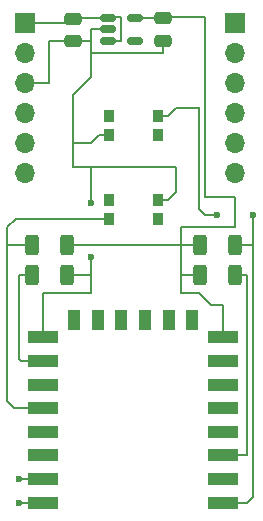
<source format=gbr>
%TF.GenerationSoftware,KiCad,Pcbnew,(6.0.5)*%
%TF.CreationDate,2022-06-15T22:45:41+02:00*%
%TF.ProjectId,picoESP12F,7069636f-4553-4503-9132-462e6b696361,rev?*%
%TF.SameCoordinates,Original*%
%TF.FileFunction,Copper,L1,Top*%
%TF.FilePolarity,Positive*%
%FSLAX46Y46*%
G04 Gerber Fmt 4.6, Leading zero omitted, Abs format (unit mm)*
G04 Created by KiCad (PCBNEW (6.0.5)) date 2022-06-15 22:45:41*
%MOMM*%
%LPD*%
G01*
G04 APERTURE LIST*
G04 Aperture macros list*
%AMRoundRect*
0 Rectangle with rounded corners*
0 $1 Rounding radius*
0 $2 $3 $4 $5 $6 $7 $8 $9 X,Y pos of 4 corners*
0 Add a 4 corners polygon primitive as box body*
4,1,4,$2,$3,$4,$5,$6,$7,$8,$9,$2,$3,0*
0 Add four circle primitives for the rounded corners*
1,1,$1+$1,$2,$3*
1,1,$1+$1,$4,$5*
1,1,$1+$1,$6,$7*
1,1,$1+$1,$8,$9*
0 Add four rect primitives between the rounded corners*
20,1,$1+$1,$2,$3,$4,$5,0*
20,1,$1+$1,$4,$5,$6,$7,0*
20,1,$1+$1,$6,$7,$8,$9,0*
20,1,$1+$1,$8,$9,$2,$3,0*%
G04 Aperture macros list end*
%TA.AperFunction,SMDPad,CuDef*%
%ADD10R,0.900000X1.000000*%
%TD*%
%TA.AperFunction,SMDPad,CuDef*%
%ADD11RoundRect,0.250000X-0.312500X-0.625000X0.312500X-0.625000X0.312500X0.625000X-0.312500X0.625000X0*%
%TD*%
%TA.AperFunction,SMDPad,CuDef*%
%ADD12RoundRect,0.250000X0.312500X0.625000X-0.312500X0.625000X-0.312500X-0.625000X0.312500X-0.625000X0*%
%TD*%
%TA.AperFunction,SMDPad,CuDef*%
%ADD13RoundRect,0.150000X-0.512500X-0.150000X0.512500X-0.150000X0.512500X0.150000X-0.512500X0.150000X0*%
%TD*%
%TA.AperFunction,SMDPad,CuDef*%
%ADD14R,2.500000X1.000000*%
%TD*%
%TA.AperFunction,SMDPad,CuDef*%
%ADD15R,1.000000X1.800000*%
%TD*%
%TA.AperFunction,ComponentPad*%
%ADD16O,1.700000X1.700000*%
%TD*%
%TA.AperFunction,ComponentPad*%
%ADD17R,1.700000X1.700000*%
%TD*%
%TA.AperFunction,SMDPad,CuDef*%
%ADD18RoundRect,0.250000X-0.475000X0.250000X-0.475000X-0.250000X0.475000X-0.250000X0.475000X0.250000X0*%
%TD*%
%TA.AperFunction,ViaPad*%
%ADD19C,0.600000*%
%TD*%
%TA.AperFunction,Conductor*%
%ADD20C,0.200000*%
%TD*%
G04 APERTURE END LIST*
D10*
%TO.P,SW_BOOT,1,1*%
%TO.N,GND*%
X150350000Y-84544000D03*
X154450000Y-84544000D03*
%TO.P,SW_BOOT,2,2*%
%TO.N,Net-(R4-Pad1)*%
X154450000Y-86144000D03*
X150350000Y-86144000D03*
%TD*%
%TO.P,SW_RST,1,1*%
%TO.N,Net-(R1-Pad2)*%
X150350000Y-77432000D03*
X154450000Y-77432000D03*
%TO.P,SW_RST,2,2*%
%TO.N,GND*%
X154450000Y-79032000D03*
X150350000Y-79032000D03*
%TD*%
D11*
%TO.P,R4,1*%
%TO.N,Net-(R4-Pad1)*%
X143825500Y-88392000D03*
%TO.P,R4,2*%
%TO.N,+3V3*%
X146750500Y-88392000D03*
%TD*%
D12*
%TO.P,R3,1*%
%TO.N,GND*%
X146750500Y-90932000D03*
%TO.P,R3,2*%
%TO.N,Net-(R3-Pad2)*%
X143825500Y-90932000D03*
%TD*%
%TO.P,R2,1*%
%TO.N,Net-(R2-Pad1)*%
X160974500Y-90932000D03*
%TO.P,R2,2*%
%TO.N,+3V3*%
X158049500Y-90932000D03*
%TD*%
D11*
%TO.P,R1,1*%
%TO.N,+3V3*%
X158049500Y-88392000D03*
%TO.P,R1,2*%
%TO.N,Net-(R1-Pad2)*%
X160974500Y-88392000D03*
%TD*%
D13*
%TO.P,U2,1,IN*%
%TO.N,+5V*%
X150246500Y-69154000D03*
%TO.P,U2,2,GND*%
%TO.N,GND*%
X150246500Y-70104000D03*
%TO.P,U2,3,EN*%
%TO.N,+5V*%
X150246500Y-71054000D03*
%TO.P,U2,4,BP*%
%TO.N,unconnected-(U2-Pad4)*%
X152521500Y-71054000D03*
%TO.P,U2,5,OUT*%
%TO.N,+3V3*%
X152521500Y-69154000D03*
%TD*%
D14*
%TO.P,U1,22,GPIO1/TXD*%
%TO.N,TXD0*%
X144780000Y-110180000D03*
%TO.P,U1,21,GPIO3/RXD*%
%TO.N,RXD0*%
X144780000Y-108180000D03*
%TO.P,U1,20,GPIO5*%
%TO.N,unconnected-(U1-Pad20)*%
X144780000Y-106180000D03*
%TO.P,U1,19,GPIO4*%
%TO.N,unconnected-(U1-Pad19)*%
X144780000Y-104180000D03*
%TO.P,U1,18,GPIO0*%
%TO.N,Net-(R4-Pad1)*%
X144780000Y-102180000D03*
%TO.P,U1,17,GPIO2*%
%TO.N,unconnected-(U1-Pad17)*%
X144780000Y-100180000D03*
%TO.P,U1,16,GPIO15*%
%TO.N,Net-(R3-Pad2)*%
X144780000Y-98180000D03*
%TO.P,U1,15,GND*%
%TO.N,GND*%
X144780000Y-96180000D03*
D15*
%TO.P,U1,14,SCLK*%
%TO.N,unconnected-(U1-Pad14)*%
X147380000Y-94680000D03*
%TO.P,U1,13,MOSI*%
%TO.N,unconnected-(U1-Pad13)*%
X149380000Y-94680000D03*
%TO.P,U1,12,GPIO10*%
%TO.N,unconnected-(U1-Pad12)*%
X151380000Y-94680000D03*
%TO.P,U1,11,GPIO9*%
%TO.N,unconnected-(U1-Pad11)*%
X153380000Y-94680000D03*
%TO.P,U1,10,MISO*%
%TO.N,unconnected-(U1-Pad10)*%
X155380000Y-94680000D03*
%TO.P,U1,9,CS0*%
%TO.N,unconnected-(U1-Pad9)*%
X157380000Y-94680000D03*
D14*
%TO.P,U1,8,VCC*%
%TO.N,+3V3*%
X159980000Y-96180000D03*
%TO.P,U1,7,GPIO13*%
%TO.N,unconnected-(U1-Pad7)*%
X159980000Y-98180000D03*
%TO.P,U1,6,GPIO12*%
%TO.N,unconnected-(U1-Pad6)*%
X159980000Y-100180000D03*
%TO.P,U1,5,GPIO14*%
%TO.N,unconnected-(U1-Pad5)*%
X159980000Y-102180000D03*
%TO.P,U1,4,GPIO16*%
%TO.N,unconnected-(U1-Pad4)*%
X159980000Y-104180000D03*
%TO.P,U1,3,EN*%
%TO.N,Net-(R2-Pad1)*%
X159980000Y-106180000D03*
%TO.P,U1,2,ADC*%
%TO.N,unconnected-(U1-Pad2)*%
X159980000Y-108180000D03*
%TO.P,U1,1,~{RST}*%
%TO.N,Net-(R1-Pad2)*%
X159980000Y-110180000D03*
%TD*%
D16*
%TO.P,J2,6,Pin_6*%
%TO.N,unconnected-(J2-Pad6)*%
X161036000Y-82296000D03*
%TO.P,J2,5,Pin_5*%
%TO.N,unconnected-(J2-Pad5)*%
X161036000Y-79756000D03*
%TO.P,J2,4,Pin_4*%
%TO.N,unconnected-(J2-Pad4)*%
X161036000Y-77216000D03*
%TO.P,J2,3,Pin_3*%
%TO.N,unconnected-(J2-Pad3)*%
X161036000Y-74676000D03*
%TO.P,J2,2,Pin_2*%
%TO.N,TXD0*%
X161036000Y-72136000D03*
D17*
%TO.P,J2,1,Pin_1*%
%TO.N,RXD0*%
X161036000Y-69596000D03*
%TD*%
D16*
%TO.P,J1,6,Pin_6*%
%TO.N,unconnected-(J1-Pad6)*%
X143256000Y-82296000D03*
%TO.P,J1,5,Pin_5*%
%TO.N,unconnected-(J1-Pad5)*%
X143256000Y-79756000D03*
%TO.P,J1,4,Pin_4*%
%TO.N,unconnected-(J1-Pad4)*%
X143256000Y-77216000D03*
%TO.P,J1,3,Pin_3*%
%TO.N,GND*%
X143256000Y-74676000D03*
%TO.P,J1,2,Pin_2*%
%TO.N,unconnected-(J1-Pad2)*%
X143256000Y-72136000D03*
D17*
%TO.P,J1,1,Pin_1*%
%TO.N,+5V*%
X143256000Y-69596000D03*
%TD*%
D18*
%TO.P,C2,1*%
%TO.N,+3V3*%
X154940000Y-69154000D03*
%TO.P,C2,2*%
%TO.N,GND*%
X154940000Y-71054000D03*
%TD*%
%TO.P,C1,1*%
%TO.N,+5V*%
X147320000Y-69220000D03*
%TO.P,C1,2*%
%TO.N,GND*%
X147320000Y-71120000D03*
%TD*%
D19*
%TO.N,GND*%
X148844000Y-84836000D03*
X148844000Y-89408000D03*
%TO.N,Net-(R1-Pad2)*%
X159512000Y-85852000D03*
X162560000Y-85852000D03*
%TO.N,TXD0*%
X142748000Y-110236000D03*
%TO.N,RXD0*%
X142748000Y-108204000D03*
%TD*%
D20*
%TO.N,Net-(R3-Pad2)*%
X142748000Y-90932000D02*
X143825500Y-90932000D01*
X142748000Y-98044000D02*
X142748000Y-90932000D01*
X142884000Y-98180000D02*
X142748000Y-98044000D01*
X144780000Y-98180000D02*
X142884000Y-98180000D01*
%TO.N,GND*%
X146750500Y-90932000D02*
X148844000Y-90932000D01*
X148844000Y-92456000D02*
X148844000Y-90932000D01*
X148844000Y-90932000D02*
X148844000Y-89408000D01*
%TO.N,+3V3*%
X156464000Y-90932000D02*
X158049500Y-90932000D01*
X156464000Y-90932000D02*
X156464000Y-88392000D01*
X156464000Y-92456000D02*
X156464000Y-90932000D01*
X156464000Y-88392000D02*
X158049500Y-88392000D01*
X146750500Y-88392000D02*
X156464000Y-88392000D01*
X156464000Y-88392000D02*
X156464000Y-86868000D01*
X156464000Y-86868000D02*
X157988000Y-86868000D01*
X157988000Y-92456000D02*
X156464000Y-92456000D01*
%TO.N,GND*%
X148844000Y-81788000D02*
X147320000Y-81788000D01*
X148844000Y-84836000D02*
X148844000Y-81788000D01*
X155956000Y-81788000D02*
X148844000Y-81788000D01*
%TO.N,Net-(R4-Pad1)*%
X141732000Y-86868000D02*
X141732000Y-88392000D01*
X142456000Y-86144000D02*
X141732000Y-86868000D01*
X150350000Y-86144000D02*
X142456000Y-86144000D01*
%TO.N,GND*%
X144780000Y-92456000D02*
X148844000Y-92456000D01*
X144780000Y-96180000D02*
X144780000Y-92456000D01*
%TO.N,Net-(R4-Pad1)*%
X141732000Y-88392000D02*
X143825500Y-88392000D01*
X142312000Y-102180000D02*
X141732000Y-101600000D01*
X141732000Y-101600000D02*
X141732000Y-88392000D01*
X144800000Y-102180000D02*
X142312000Y-102180000D01*
%TO.N,Net-(R1-Pad2)*%
X162560000Y-88392000D02*
X162560000Y-85852000D01*
%TO.N,Net-(R2-Pad1)*%
X162052000Y-90932000D02*
X160974500Y-90932000D01*
X162052000Y-106172000D02*
X162052000Y-90932000D01*
%TO.N,Net-(R1-Pad2)*%
X162560000Y-88392000D02*
X160974500Y-88392000D01*
X162560000Y-109728000D02*
X162560000Y-88392000D01*
%TO.N,+3V3*%
X158496000Y-69088000D02*
X155006000Y-69088000D01*
X161036000Y-84328000D02*
X158496000Y-84328000D01*
X155006000Y-69088000D02*
X154940000Y-69154000D01*
X157988000Y-86868000D02*
X161036000Y-86868000D01*
X161036000Y-86868000D02*
X161036000Y-84328000D01*
X158496000Y-84328000D02*
X158496000Y-69088000D01*
X158984000Y-93452000D02*
X157988000Y-92456000D01*
X160000000Y-93452000D02*
X158984000Y-93452000D01*
%TO.N,Net-(R1-Pad2)*%
X155300000Y-77432000D02*
X156000000Y-76732000D01*
X154450000Y-77432000D02*
X155300000Y-77432000D01*
%TO.N,GND*%
X149500000Y-79032000D02*
X148800000Y-79732000D01*
X150350000Y-79032000D02*
X149500000Y-79032000D01*
X155300000Y-84544000D02*
X156000000Y-83844000D01*
X154450000Y-84544000D02*
X155300000Y-84544000D01*
X147320000Y-79756000D02*
X147344000Y-79732000D01*
X156000000Y-81832000D02*
X155956000Y-81788000D01*
X147320000Y-81788000D02*
X147320000Y-79756000D01*
X156000000Y-83844000D02*
X156000000Y-81832000D01*
X148844000Y-74168000D02*
X148844000Y-72136000D01*
X147320000Y-79756000D02*
X147320000Y-75692000D01*
X147320000Y-75692000D02*
X148844000Y-74168000D01*
X148800000Y-79732000D02*
X147344000Y-79732000D01*
%TO.N,+3V3*%
X160000000Y-96180000D02*
X160000000Y-93452000D01*
%TO.N,Net-(R2-Pad1)*%
X160758000Y-106172000D02*
X162052000Y-106172000D01*
X160750000Y-106180000D02*
X160758000Y-106172000D01*
X160000000Y-106180000D02*
X160750000Y-106180000D01*
%TO.N,Net-(R1-Pad2)*%
X157964000Y-76732000D02*
X156000000Y-76732000D01*
X157988000Y-76708000D02*
X157964000Y-76732000D01*
X157988000Y-85344000D02*
X157988000Y-76708000D01*
X159512000Y-85852000D02*
X158496000Y-85852000D01*
X158496000Y-85852000D02*
X157988000Y-85344000D01*
X162052000Y-110236000D02*
X162560000Y-109728000D01*
X161996000Y-110180000D02*
X162052000Y-110236000D01*
X160000000Y-110180000D02*
X161996000Y-110180000D01*
%TO.N,TXD0*%
X142804000Y-110180000D02*
X142748000Y-110236000D01*
X144800000Y-110180000D02*
X142804000Y-110180000D01*
%TO.N,RXD0*%
X142772000Y-108180000D02*
X142748000Y-108204000D01*
X144800000Y-108180000D02*
X142772000Y-108180000D01*
%TO.N,GND*%
X148844000Y-72136000D02*
X148844000Y-71120000D01*
X154940000Y-72136000D02*
X148844000Y-72136000D01*
X154940000Y-71054000D02*
X154940000Y-72136000D01*
%TO.N,+3V3*%
X152521500Y-69154000D02*
X154940000Y-69154000D01*
%TO.N,+5V*%
X151384000Y-71120000D02*
X151384000Y-69088000D01*
X151318000Y-71054000D02*
X151384000Y-71120000D01*
X151384000Y-69088000D02*
X150312500Y-69088000D01*
X150312500Y-69088000D02*
X150246500Y-69154000D01*
X150246500Y-71054000D02*
X151318000Y-71054000D01*
%TO.N,GND*%
X148844000Y-70104000D02*
X150246500Y-70104000D01*
X148844000Y-71120000D02*
X148844000Y-70104000D01*
X147386000Y-71120000D02*
X148844000Y-71120000D01*
X147320000Y-71054000D02*
X147386000Y-71120000D01*
%TO.N,+5V*%
X148778000Y-69154000D02*
X150246500Y-69154000D01*
X147320000Y-69154000D02*
X148778000Y-69154000D01*
%TO.N,GND*%
X145354000Y-71054000D02*
X147320000Y-71054000D01*
X145288000Y-71120000D02*
X145354000Y-71054000D01*
X145288000Y-74676000D02*
X145288000Y-71120000D01*
X143256000Y-74676000D02*
X145288000Y-74676000D01*
%TO.N,+5V*%
X146878000Y-69596000D02*
X147320000Y-69154000D01*
X143256000Y-69596000D02*
X146878000Y-69596000D01*
%TD*%
M02*

</source>
